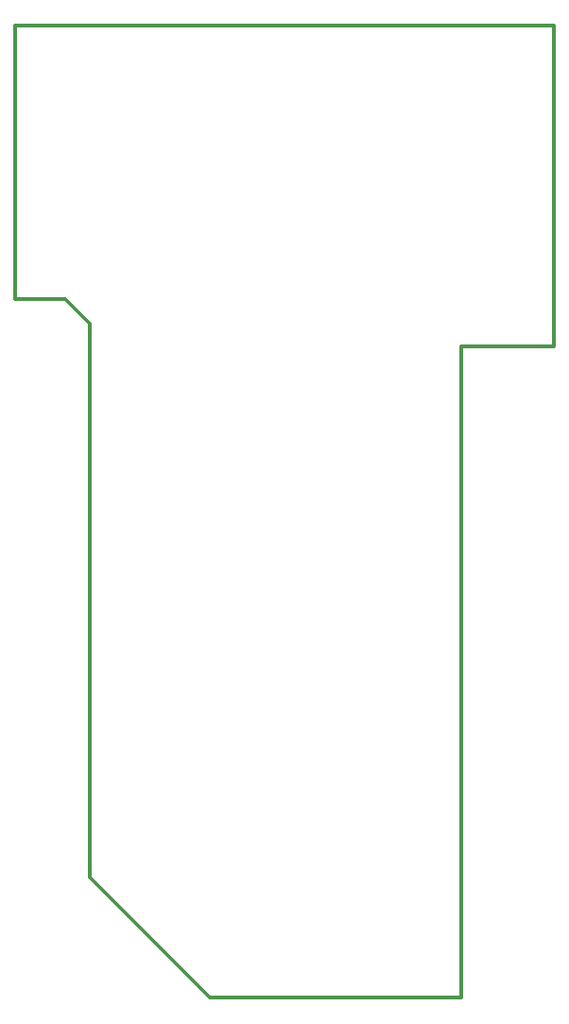
<source format=gbr>
G04 DesignSpark PCB Gerber Version 10.0 Build 5299*
%FSLAX35Y35*%
%MOIN*%
%ADD127C,0.01200*%
X0Y0D02*
D02*
D127*
X116850Y28100D02*
X74350Y70600D01*
Y265573D01*
X65600Y274323D01*
X48117D01*
Y370600D01*
X238057D01*
Y257453D01*
X205568D01*
Y28100D01*
X116850D01*
X0Y0D02*
M02*

</source>
